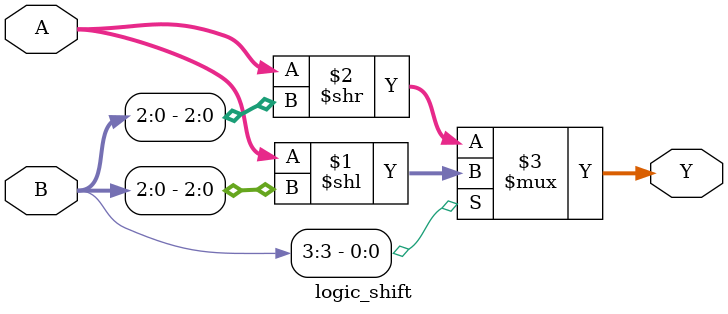
<source format=v>
`timescale 1ns / 1ps

/*
    Logical shift module.
    if B[MSB] == 1 then left shift by B[MSB - 1 : 0]
    else right shift. 
*/
module logic_shift
    #(parameter BUS_WIDTH = 8, 
      parameter BUS_WIDTH_BITS = 3)(
        input [BUS_WIDTH - 1 : 0] A, 
        input [BUS_WIDTH_BITS : 0] B, 
        output [BUS_WIDTH - 1 : 0] Y  
    );
    
    localparam MSB = BUS_WIDTH_BITS;
    
    assign Y = (B[MSB]) ? A << B[BUS_WIDTH_BITS - 1 : 0] : A >> B[BUS_WIDTH_BITS - 1 : 0];
    
endmodule
</source>
